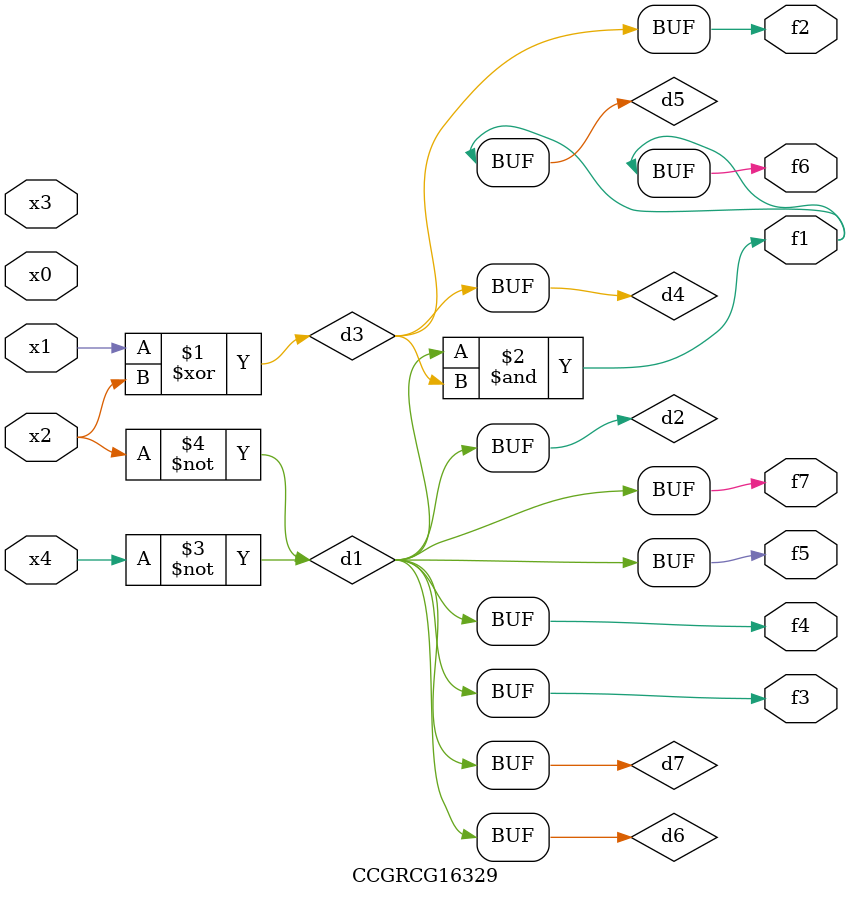
<source format=v>
module CCGRCG16329(
	input x0, x1, x2, x3, x4,
	output f1, f2, f3, f4, f5, f6, f7
);

	wire d1, d2, d3, d4, d5, d6, d7;

	not (d1, x4);
	not (d2, x2);
	xor (d3, x1, x2);
	buf (d4, d3);
	and (d5, d1, d3);
	buf (d6, d1, d2);
	buf (d7, d2);
	assign f1 = d5;
	assign f2 = d4;
	assign f3 = d7;
	assign f4 = d7;
	assign f5 = d7;
	assign f6 = d5;
	assign f7 = d7;
endmodule

</source>
